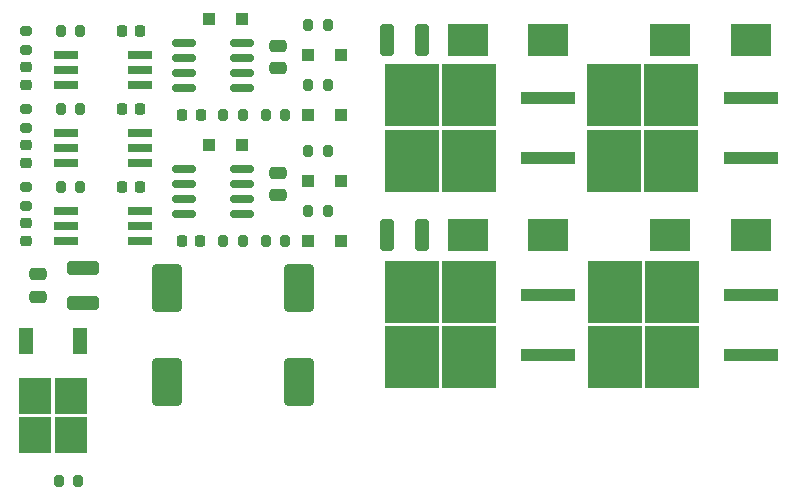
<source format=gbr>
%TF.GenerationSoftware,KiCad,Pcbnew,(6.0.0)*%
%TF.CreationDate,2022-03-21T15:13:20+09:00*%
%TF.ProjectId,MotorDriver base unit,4d6f746f-7244-4726-9976-657220626173,rev?*%
%TF.SameCoordinates,Original*%
%TF.FileFunction,Paste,Top*%
%TF.FilePolarity,Positive*%
%FSLAX46Y46*%
G04 Gerber Fmt 4.6, Leading zero omitted, Abs format (unit mm)*
G04 Created by KiCad (PCBNEW (6.0.0)) date 2022-03-21 15:13:20*
%MOMM*%
%LPD*%
G01*
G04 APERTURE LIST*
G04 Aperture macros list*
%AMRoundRect*
0 Rectangle with rounded corners*
0 $1 Rounding radius*
0 $2 $3 $4 $5 $6 $7 $8 $9 X,Y pos of 4 corners*
0 Add a 4 corners polygon primitive as box body*
4,1,4,$2,$3,$4,$5,$6,$7,$8,$9,$2,$3,0*
0 Add four circle primitives for the rounded corners*
1,1,$1+$1,$2,$3*
1,1,$1+$1,$4,$5*
1,1,$1+$1,$6,$7*
1,1,$1+$1,$8,$9*
0 Add four rect primitives between the rounded corners*
20,1,$1+$1,$2,$3,$4,$5,0*
20,1,$1+$1,$4,$5,$6,$7,0*
20,1,$1+$1,$6,$7,$8,$9,0*
20,1,$1+$1,$8,$9,$2,$3,0*%
G04 Aperture macros list end*
%ADD10RoundRect,0.225000X0.225000X0.250000X-0.225000X0.250000X-0.225000X-0.250000X0.225000X-0.250000X0*%
%ADD11RoundRect,0.250000X-1.000000X1.750000X-1.000000X-1.750000X1.000000X-1.750000X1.000000X1.750000X0*%
%ADD12RoundRect,0.218750X0.256250X-0.218750X0.256250X0.218750X-0.256250X0.218750X-0.256250X-0.218750X0*%
%ADD13RoundRect,0.200000X-0.275000X0.200000X-0.275000X-0.200000X0.275000X-0.200000X0.275000X0.200000X0*%
%ADD14RoundRect,0.200000X0.200000X0.275000X-0.200000X0.275000X-0.200000X-0.275000X0.200000X-0.275000X0*%
%ADD15R,2.000000X0.640000*%
%ADD16R,3.500000X2.700000*%
%ADD17R,4.550000X5.250000*%
%ADD18R,4.600000X1.100000*%
%ADD19RoundRect,0.150000X-0.825000X-0.150000X0.825000X-0.150000X0.825000X0.150000X-0.825000X0.150000X0*%
%ADD20R,1.100000X1.100000*%
%ADD21RoundRect,0.200000X-0.200000X-0.275000X0.200000X-0.275000X0.200000X0.275000X-0.200000X0.275000X0*%
%ADD22RoundRect,0.250000X-0.475000X0.250000X-0.475000X-0.250000X0.475000X-0.250000X0.475000X0.250000X0*%
%ADD23RoundRect,0.249999X0.325001X1.100001X-0.325001X1.100001X-0.325001X-1.100001X0.325001X-1.100001X0*%
%ADD24RoundRect,0.250000X1.100000X-0.325000X1.100000X0.325000X-1.100000X0.325000X-1.100000X-0.325000X0*%
%ADD25RoundRect,0.250000X0.475000X-0.250000X0.475000X0.250000X-0.475000X0.250000X-0.475000X-0.250000X0*%
%ADD26R,2.750000X3.050000*%
%ADD27R,1.200000X2.200000*%
G04 APERTURE END LIST*
D10*
%TO.C,C23*%
X119126000Y-81915000D03*
X117576000Y-81915000D03*
%TD*%
D11*
%TO.C,C36*%
X132588000Y-103696000D03*
X132588000Y-111696000D03*
%TD*%
D12*
%TO.C,D9*%
X109474000Y-99746000D03*
X109474000Y-98171000D03*
%TD*%
%TO.C,D11*%
X109474000Y-86538000D03*
X109474000Y-84963000D03*
%TD*%
%TO.C,D12*%
X109474000Y-93142000D03*
X109474000Y-91567000D03*
%TD*%
D13*
%TO.C,R7*%
X109474000Y-95123000D03*
X109474000Y-96773000D03*
%TD*%
%TO.C,R8*%
X109474000Y-81915000D03*
X109474000Y-83565000D03*
%TD*%
%TO.C,R9*%
X109474000Y-88519000D03*
X109474000Y-90169000D03*
%TD*%
D14*
%TO.C,R20*%
X114046000Y-95123000D03*
X112396000Y-95123000D03*
%TD*%
%TO.C,R21*%
X114046000Y-88519000D03*
X112396000Y-88519000D03*
%TD*%
%TO.C,R22*%
X114046000Y-81915000D03*
X112396000Y-81915000D03*
%TD*%
D15*
%TO.C,U7*%
X112826000Y-90551000D03*
X112826000Y-91821000D03*
X112826000Y-93091000D03*
X119126000Y-93091000D03*
X119126000Y-91821000D03*
X119126000Y-90551000D03*
%TD*%
%TO.C,U8*%
X112826000Y-83947000D03*
X112826000Y-85217000D03*
X112826000Y-86487000D03*
X119126000Y-86487000D03*
X119126000Y-85217000D03*
X119126000Y-83947000D03*
%TD*%
D10*
%TO.C,C22*%
X119126000Y-88519000D03*
X117576000Y-88519000D03*
%TD*%
D16*
%TO.C,D47*%
X153670000Y-99187000D03*
X146870000Y-99187000D03*
%TD*%
%TO.C,D56*%
X170815000Y-82677000D03*
X164015000Y-82677000D03*
%TD*%
%TO.C,D55*%
X153670000Y-82677000D03*
X146870000Y-82677000D03*
%TD*%
%TO.C,D48*%
X170815000Y-99187000D03*
X164015000Y-99187000D03*
%TD*%
D17*
%TO.C,Q6*%
X159240000Y-92945000D03*
X164090000Y-87395000D03*
X164090000Y-92945000D03*
X159240000Y-87395000D03*
D18*
X170815000Y-92710000D03*
X170815000Y-87630000D03*
%TD*%
D17*
%TO.C,Q5*%
X142095000Y-87395000D03*
X146945000Y-87395000D03*
X146945000Y-92945000D03*
X142095000Y-92945000D03*
D18*
X153670000Y-92710000D03*
X153670000Y-87630000D03*
%TD*%
D17*
%TO.C,Q2*%
X159300000Y-104032000D03*
X159300000Y-109582000D03*
X164150000Y-104032000D03*
X164150000Y-109582000D03*
D18*
X170875000Y-109347000D03*
X170875000Y-104267000D03*
%TD*%
D19*
%TO.C,U12*%
X122812000Y-93599000D03*
X122812000Y-94869000D03*
X122812000Y-96139000D03*
X122812000Y-97409000D03*
X127762000Y-97409000D03*
X127762000Y-96139000D03*
X127762000Y-94869000D03*
X127762000Y-93599000D03*
%TD*%
D14*
%TO.C,R38*%
X135000000Y-86487000D03*
X133350000Y-86487000D03*
%TD*%
%TO.C,R37*%
X135000000Y-81407000D03*
X133350000Y-81407000D03*
%TD*%
%TO.C,R35*%
X135000000Y-92075000D03*
X133350000Y-92075000D03*
%TD*%
%TO.C,R36*%
X135000000Y-97155000D03*
X133350000Y-97155000D03*
%TD*%
D20*
%TO.C,D30*%
X136150000Y-89027000D03*
X133350000Y-89027000D03*
%TD*%
%TO.C,D29*%
X136150000Y-83947000D03*
X133350000Y-83947000D03*
%TD*%
%TO.C,D28*%
X136150000Y-99695000D03*
X133350000Y-99695000D03*
%TD*%
%TO.C,D27*%
X136150000Y-94615000D03*
X133350000Y-94615000D03*
%TD*%
%TO.C,D24*%
X124962000Y-80899000D03*
X127762000Y-80899000D03*
%TD*%
%TO.C,D23*%
X124962000Y-91567000D03*
X127762000Y-91567000D03*
%TD*%
D10*
%TO.C,C28*%
X124232000Y-89027000D03*
X122682000Y-89027000D03*
%TD*%
%TO.C,C27*%
X124206000Y-99695000D03*
X122656000Y-99695000D03*
%TD*%
D19*
%TO.C,U13*%
X122812000Y-82931000D03*
X122812000Y-84201000D03*
X122812000Y-85471000D03*
X122812000Y-86741000D03*
X127762000Y-86741000D03*
X127762000Y-85471000D03*
X127762000Y-84201000D03*
X127762000Y-82931000D03*
%TD*%
D21*
%TO.C,R28*%
X129756500Y-89027000D03*
X131406500Y-89027000D03*
%TD*%
%TO.C,R31*%
X126149500Y-89027000D03*
X127799500Y-89027000D03*
%TD*%
%TO.C,R30*%
X126149500Y-99695000D03*
X127799500Y-99695000D03*
%TD*%
%TO.C,R27*%
X129756500Y-99695000D03*
X131406500Y-99695000D03*
%TD*%
D22*
%TO.C,C31*%
X130810000Y-93980000D03*
X130810000Y-95880000D03*
%TD*%
%TO.C,C32*%
X130810000Y-83185000D03*
X130810000Y-85085000D03*
%TD*%
D23*
%TO.C,C57*%
X143002000Y-99187000D03*
X140052000Y-99187000D03*
%TD*%
%TO.C,C58*%
X143002000Y-82677000D03*
X140052000Y-82677000D03*
%TD*%
D15*
%TO.C,U6*%
X112826000Y-97155000D03*
X112826000Y-98425000D03*
X112826000Y-99695000D03*
X119126000Y-99695000D03*
X119126000Y-98425000D03*
X119126000Y-97155000D03*
%TD*%
D10*
%TO.C,C21*%
X119126000Y-95123000D03*
X117576000Y-95123000D03*
%TD*%
D17*
%TO.C,Q1*%
X146945000Y-104032000D03*
X146945000Y-109582000D03*
X142095000Y-104032000D03*
X142095000Y-109582000D03*
D18*
X153670000Y-109347000D03*
X153670000Y-104267000D03*
%TD*%
D24*
%TO.C,C1*%
X114300000Y-104980000D03*
X114300000Y-102030000D03*
%TD*%
D25*
%TO.C,C2*%
X110490000Y-104455000D03*
X110490000Y-102555000D03*
%TD*%
D11*
%TO.C,C35*%
X121412000Y-103696000D03*
X121412000Y-111696000D03*
%TD*%
D26*
%TO.C,U1*%
X110235000Y-112820000D03*
X113285000Y-116170000D03*
X110235000Y-116170000D03*
X113285000Y-112820000D03*
D27*
X114040000Y-108195000D03*
X109480000Y-108195000D03*
%TD*%
D21*
%TO.C,R1*%
X112205000Y-120015000D03*
X113855000Y-120015000D03*
%TD*%
M02*

</source>
